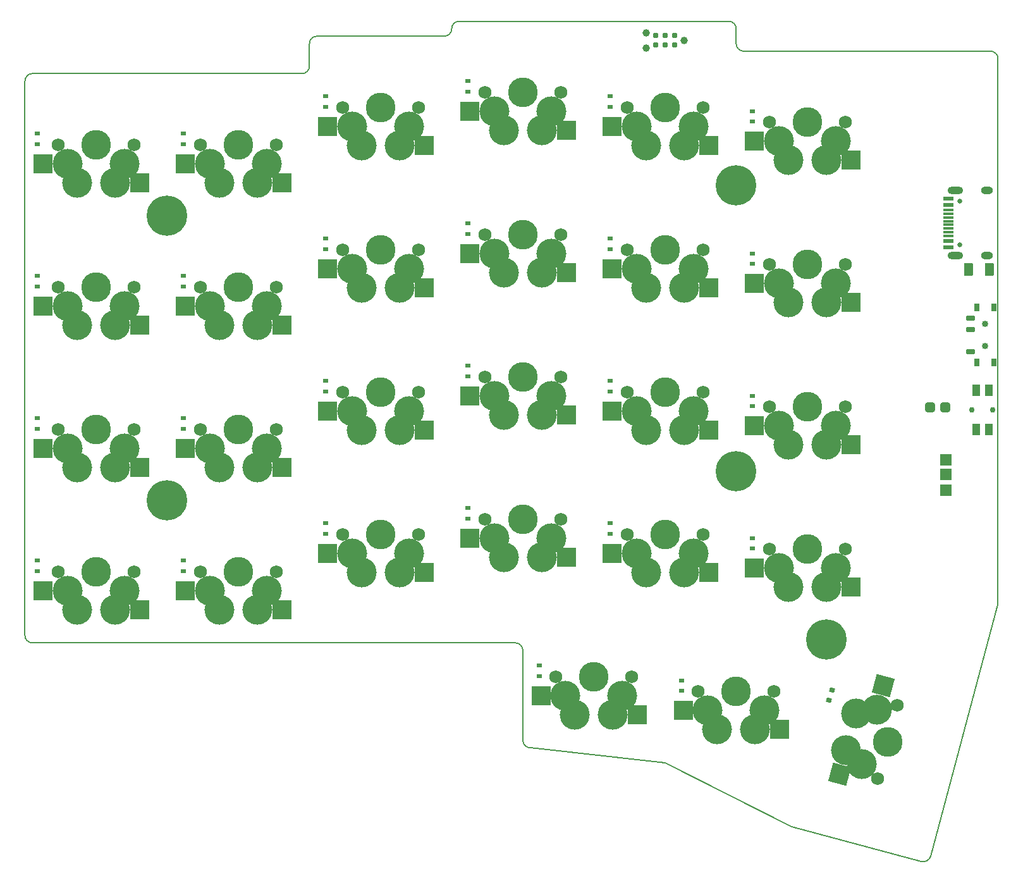
<source format=gbr>
%TF.GenerationSoftware,KiCad,Pcbnew,(6.0.4)*%
%TF.CreationDate,2022-07-21T07:53:48-07:00*%
%TF.ProjectId,Conejo,436f6e65-6a6f-42e6-9b69-6361645f7063,v1.0.0*%
%TF.SameCoordinates,Original*%
%TF.FileFunction,Soldermask,Top*%
%TF.FilePolarity,Negative*%
%FSLAX46Y46*%
G04 Gerber Fmt 4.6, Leading zero omitted, Abs format (unit mm)*
G04 Created by KiCad (PCBNEW (6.0.4)) date 2022-07-21 07:53:48*
%MOMM*%
%LPD*%
G01*
G04 APERTURE LIST*
G04 Aperture macros list*
%AMRoundRect*
0 Rectangle with rounded corners*
0 $1 Rounding radius*
0 $2 $3 $4 $5 $6 $7 $8 $9 X,Y pos of 4 corners*
0 Add a 4 corners polygon primitive as box body*
4,1,4,$2,$3,$4,$5,$6,$7,$8,$9,$2,$3,0*
0 Add four circle primitives for the rounded corners*
1,1,$1+$1,$2,$3*
1,1,$1+$1,$4,$5*
1,1,$1+$1,$6,$7*
1,1,$1+$1,$8,$9*
0 Add four rect primitives between the rounded corners*
20,1,$1+$1,$2,$3,$4,$5,0*
20,1,$1+$1,$4,$5,$6,$7,0*
20,1,$1+$1,$6,$7,$8,$9,0*
20,1,$1+$1,$8,$9,$2,$3,0*%
%AMRotRect*
0 Rectangle, with rotation*
0 The origin of the aperture is its center*
0 $1 length*
0 $2 width*
0 $3 Rotation angle, in degrees counterclockwise*
0 Add horizontal line*
21,1,$1,$2,0,0,$3*%
G04 Aperture macros list end*
%TA.AperFunction,Profile*%
%ADD10C,0.150000*%
%TD*%
%ADD11C,5.400000*%
%ADD12R,0.700000X0.600000*%
%ADD13R,2.550000X2.500000*%
%ADD14C,1.750000*%
%ADD15C,3.987800*%
%ADD16C,4.000000*%
%ADD17C,0.850000*%
%ADD18RoundRect,0.090000X0.535000X-0.210000X0.535000X0.210000X-0.535000X0.210000X-0.535000X-0.210000X0*%
%ADD19RoundRect,0.105000X0.245000X0.445000X-0.245000X0.445000X-0.245000X-0.445000X0.245000X-0.445000X0*%
%ADD20C,0.750000*%
%ADD21R,1.000000X1.550000*%
%ADD22C,0.650000*%
%ADD23R,1.450000X0.600000*%
%ADD24R,1.450000X0.300000*%
%ADD25O,2.100000X1.000000*%
%ADD26O,1.600000X1.000000*%
%ADD27RotRect,0.600000X0.700000X75.000000*%
%ADD28C,0.990600*%
%ADD29C,0.787400*%
%ADD30R,1.524000X1.524000*%
%ADD31RoundRect,0.337500X-0.337500X0.337500X-0.337500X-0.337500X0.337500X-0.337500X0.337500X0.337500X0*%
%ADD32RoundRect,0.250000X-0.375000X-0.625000X0.375000X-0.625000X0.375000X0.625000X-0.375000X0.625000X0*%
%ADD33RotRect,2.550000X2.500000X255.000000*%
%ADD34RotRect,2.550000X2.500000X75.000000*%
G04 APERTURE END LIST*
D10*
X85725000Y13525000D02*
X85725000Y11525000D01*
X93101679Y-93260414D02*
X76199999Y-84725000D01*
X57150000Y-69675000D02*
G75*
G03*
X56150001Y-68675000I-1000000J0D01*
G01*
X29575000Y12528800D02*
X46625000Y12525000D01*
X56150001Y-68675000D02*
X-8525000Y-68674999D01*
X48625000Y14525000D02*
G75*
G03*
X47625000Y13525000I0J-1000000D01*
G01*
X27575000Y7525000D02*
X-8525000Y7525000D01*
X28575000Y11528800D02*
X28575000Y8525000D01*
X85725000Y11525000D02*
G75*
G03*
X86725000Y10525000I1000000J0D01*
G01*
X57150000Y-81725000D02*
G75*
G03*
X58150000Y-82725000I1000000J0D01*
G01*
X-9525000Y-67675000D02*
X-9525000Y6525000D01*
X-8525000Y7525000D02*
G75*
G03*
X-9525000Y6525000I-1J-999999D01*
G01*
X-9525000Y-67675000D02*
G75*
G03*
X-8525000Y-68674999I1000001J2D01*
G01*
X46625000Y12525000D02*
G75*
G03*
X47625000Y13525000I0J1000000D01*
G01*
X29575000Y12528800D02*
G75*
G03*
X28575000Y11528800I0J-1000000D01*
G01*
X120775000Y9525000D02*
G75*
G03*
X119775000Y10525000I-1000000J0D01*
G01*
X57150000Y-81725000D02*
X57150001Y-69675000D01*
X93101679Y-93260414D02*
X110536640Y-97932098D01*
X86725000Y10525000D02*
X119775000Y10525000D01*
X110536648Y-97932067D02*
G75*
G03*
X111761384Y-97224991I258852J965867D01*
G01*
X84725000Y14525000D02*
X48625000Y14525000D01*
X76199999Y-84725000D02*
X58150000Y-82725000D01*
X27575000Y7525000D02*
G75*
G03*
X28575000Y8525000I0J1000000D01*
G01*
X85725000Y13525000D02*
G75*
G03*
X84725000Y14525000I-1000000J0D01*
G01*
X120775000Y9525000D02*
X120775000Y-63575000D01*
X120775000Y-63575000D02*
X111761384Y-97224991D01*
D11*
%TO.C,H4*%
X85725000Y-45675000D03*
%TD*%
D12*
%TO.C,D21*%
X68875000Y-14550000D03*
X68875000Y-15950000D03*
%TD*%
D13*
%TO.C,SW9*%
X11965000Y-61690000D03*
X24865000Y-64230000D03*
D14*
X24130000Y-59150000D03*
D13*
X11965000Y-61690000D03*
D14*
X13970000Y-59150000D03*
D15*
X19050000Y-59150000D03*
D16*
X21590000Y-64230000D03*
X22860000Y-61690000D03*
X16510000Y-64230000D03*
X15240000Y-61690000D03*
%TD*%
D14*
%TO.C,SW14*%
X52070000Y5000000D03*
D13*
X50065000Y2460000D03*
X62965000Y-80000D03*
D15*
X57150000Y5000000D03*
D14*
X62230000Y5000000D03*
D13*
X50065000Y2460000D03*
D16*
X59690000Y-80000D03*
X60960000Y2460000D03*
X54610000Y-80000D03*
X53340000Y2460000D03*
%TD*%
D12*
%TO.C,D8*%
X11725000Y-19550000D03*
X11725000Y-20950000D03*
%TD*%
%TO.C,D4*%
X-7825000Y-19550000D03*
X-7825000Y-20950000D03*
%TD*%
D14*
%TO.C,SW4*%
X5080000Y-40100000D03*
D15*
X0Y-40100000D03*
D13*
X-7085000Y-42640000D03*
X5815000Y-45180000D03*
D14*
X-5080000Y-40100000D03*
D13*
X-7085000Y-42640000D03*
D16*
X2540000Y-45180000D03*
X3810000Y-42640000D03*
X-3810000Y-42640000D03*
X-2540000Y-45180000D03*
%TD*%
D13*
%TO.C,SW25*%
X88165000Y-20590000D03*
X88165000Y-20590000D03*
D14*
X100330000Y-18050000D03*
D13*
X101065000Y-23130000D03*
D14*
X90170000Y-18050000D03*
D15*
X95250000Y-18050000D03*
D16*
X99060000Y-20590000D03*
X97790000Y-23130000D03*
X92710000Y-23130000D03*
X91440000Y-20590000D03*
%TD*%
D13*
%TO.C,SW21*%
X82015000Y-40180000D03*
D15*
X76200000Y-35100000D03*
D14*
X71120000Y-35100000D03*
X81280000Y-35100000D03*
D13*
X69115000Y-37640000D03*
X69115000Y-37640000D03*
D16*
X78740000Y-40180000D03*
X80010000Y-37640000D03*
X73660000Y-40180000D03*
X72390000Y-37640000D03*
%TD*%
D17*
%TO.C,SW1*%
X119075000Y-25975000D03*
X119075000Y-28975000D03*
D18*
X117075000Y-29725000D03*
X117075000Y-26725000D03*
X117075000Y-25225000D03*
D19*
X117925000Y-23775000D03*
X120225000Y-31175000D03*
X120225000Y-23775000D03*
X117925000Y-31175000D03*
%TD*%
D11*
%TO.C,H3*%
X9525000Y-49625000D03*
%TD*%
D12*
%TO.C,D17*%
X49825000Y-31600000D03*
X49825000Y-33000000D03*
%TD*%
%TO.C,D28*%
X87925000Y-54650000D03*
X87925000Y-56050000D03*
%TD*%
%TO.C,D6*%
X-7825000Y-57650000D03*
X-7825000Y-59050000D03*
%TD*%
%TO.C,D5*%
X-7825000Y-38600000D03*
X-7825000Y-40000000D03*
%TD*%
D13*
%TO.C,SW18*%
X59590000Y-75740000D03*
D14*
X61595000Y-73200000D03*
D13*
X72490000Y-78280000D03*
D15*
X66675000Y-73200000D03*
D14*
X71755000Y-73200000D03*
D13*
X59590000Y-75740000D03*
D16*
X69215000Y-78280000D03*
X70485000Y-75740000D03*
X64135000Y-78280000D03*
X62865000Y-75740000D03*
%TD*%
D12*
%TO.C,D9*%
X11725000Y-38600000D03*
X11725000Y-40000000D03*
%TD*%
%TO.C,D16*%
X49825000Y-12550000D03*
X49825000Y-13950000D03*
%TD*%
D13*
%TO.C,SW10*%
X43915000Y-2080000D03*
X31015000Y460000D03*
D15*
X38100000Y3000000D03*
D14*
X33020000Y3000000D03*
D13*
X31015000Y460000D03*
D14*
X43180000Y3000000D03*
D16*
X40640000Y-2080000D03*
X41910000Y460000D03*
X34290000Y460000D03*
X35560000Y-2080000D03*
%TD*%
D12*
%TO.C,D18*%
X49825000Y-50650000D03*
X49825000Y-52050000D03*
%TD*%
%TO.C,D19*%
X59350000Y-71700000D03*
X59350000Y-73100000D03*
%TD*%
%TO.C,D20*%
X68875000Y4500000D03*
X68875000Y3100000D03*
%TD*%
D13*
%TO.C,SW6*%
X24865000Y-7080000D03*
X11965000Y-4540000D03*
X11965000Y-4540000D03*
D14*
X24130000Y-2000000D03*
D15*
X19050000Y-2000000D03*
D14*
X13970000Y-2000000D03*
D16*
X22860000Y-4540000D03*
X21590000Y-7080000D03*
X15240000Y-4540000D03*
X16510000Y-7080000D03*
%TD*%
D15*
%TO.C,SW11*%
X38100000Y-16050000D03*
D13*
X43915000Y-21130000D03*
X31015000Y-18590000D03*
X31015000Y-18590000D03*
D14*
X43180000Y-16050000D03*
X33020000Y-16050000D03*
D16*
X40640000Y-21130000D03*
X41910000Y-18590000D03*
X34290000Y-18590000D03*
X35560000Y-21130000D03*
%TD*%
D20*
%TO.C,SW29*%
X120050000Y-37475000D03*
X117300000Y-37475000D03*
D21*
X119525000Y-34850000D03*
X119525000Y-40100000D03*
X117825000Y-40100000D03*
X117825000Y-34850000D03*
%TD*%
D12*
%TO.C,D15*%
X49825000Y6500000D03*
X49825000Y5100000D03*
%TD*%
%TO.C,D12*%
X30775000Y-14550000D03*
X30775000Y-15950000D03*
%TD*%
D13*
%TO.C,SW24*%
X101065000Y-4080000D03*
D14*
X100330000Y1000000D03*
D13*
X88165000Y-1540000D03*
X88165000Y-1540000D03*
D15*
X95250000Y1000000D03*
D14*
X90170000Y1000000D03*
D16*
X99060000Y-1540000D03*
X97790000Y-4080000D03*
X92710000Y-4080000D03*
X91440000Y-1540000D03*
%TD*%
D13*
%TO.C,SW27*%
X88165000Y-58690002D03*
D14*
X90170000Y-56150002D03*
X100330000Y-56150002D03*
D13*
X88165000Y-58690002D03*
D15*
X95250000Y-56150002D03*
D13*
X101065000Y-61230002D03*
D16*
X97790000Y-61230002D03*
X99060000Y-58690002D03*
X92710000Y-61230002D03*
X91440000Y-58690002D03*
%TD*%
D13*
%TO.C,SW8*%
X24865000Y-45180000D03*
D15*
X19050000Y-40100000D03*
D13*
X11965000Y-42640000D03*
D14*
X13970000Y-40100000D03*
D13*
X11965000Y-42640000D03*
D14*
X24130000Y-40100000D03*
D16*
X22860000Y-42640000D03*
X21590000Y-45180000D03*
X16510000Y-45180000D03*
X15240000Y-42640000D03*
%TD*%
D12*
%TO.C,D22*%
X68875000Y-33600000D03*
X68875000Y-35000000D03*
%TD*%
D15*
%TO.C,SW5*%
X0Y-59150000D03*
D14*
X5080000Y-59150000D03*
X-5080000Y-59150000D03*
D13*
X-7085000Y-61690000D03*
X-7085000Y-61690000D03*
X5815000Y-64230000D03*
D16*
X2540000Y-64230000D03*
X3810000Y-61690000D03*
X-2540000Y-64230000D03*
X-3810000Y-61690000D03*
%TD*%
D15*
%TO.C,SW19*%
X76200000Y3000000D03*
D14*
X71120000Y3000000D03*
D13*
X82015000Y-2080000D03*
D14*
X81280000Y3000000D03*
D13*
X69115000Y460000D03*
X69115000Y460000D03*
D16*
X80010000Y460000D03*
X78740000Y-2080000D03*
X73660000Y-2080000D03*
X72390000Y460000D03*
%TD*%
D15*
%TO.C,SW23*%
X85725000Y-75200000D03*
D13*
X78640000Y-77740000D03*
X91540000Y-80280000D03*
D14*
X80645000Y-75200000D03*
X90805000Y-75200000D03*
D13*
X78640000Y-77740000D03*
D16*
X88265000Y-80280000D03*
X89535000Y-77740000D03*
X81915000Y-77740000D03*
X83185000Y-80280000D03*
%TD*%
D13*
%TO.C,SW16*%
X50065000Y-35639999D03*
X50065000Y-35639999D03*
D15*
X57150000Y-33099999D03*
D14*
X52070000Y-33099999D03*
D13*
X62965000Y-38179999D03*
D14*
X62230000Y-33099999D03*
D16*
X59690000Y-38179999D03*
X60960000Y-35639999D03*
X54610000Y-38179999D03*
X53340000Y-35639999D03*
%TD*%
D15*
%TO.C,SW7*%
X19050000Y-21049999D03*
D13*
X24865000Y-26129999D03*
D14*
X13970000Y-21049999D03*
D13*
X11965000Y-23589999D03*
D14*
X24130000Y-21049999D03*
D13*
X11965000Y-23589999D03*
D16*
X22860000Y-23589999D03*
X21590000Y-26129999D03*
X15240000Y-23589999D03*
X16510000Y-26129999D03*
%TD*%
D12*
%TO.C,D3*%
X-7825000Y-500000D03*
X-7825000Y-1900000D03*
%TD*%
D14*
%TO.C,SW20*%
X71120000Y-16050000D03*
D13*
X82015000Y-21130000D03*
D14*
X81280000Y-16050000D03*
D13*
X69115000Y-18590000D03*
D15*
X76200000Y-16050000D03*
D13*
X69115000Y-18590000D03*
D16*
X78740000Y-21130000D03*
X80010000Y-18590000D03*
X72390000Y-18590000D03*
X73660000Y-21130000D03*
%TD*%
D12*
%TO.C,D23*%
X68875000Y-52650000D03*
X68875000Y-54050000D03*
%TD*%
D13*
%TO.C,SW15*%
X62965002Y-19130000D03*
D15*
X57150002Y-14050000D03*
D14*
X62230002Y-14050000D03*
D13*
X50065002Y-16590000D03*
X50065002Y-16590000D03*
D14*
X52070002Y-14050000D03*
D16*
X59690002Y-19130000D03*
X60960002Y-16590000D03*
X54610002Y-19130000D03*
X53340002Y-16590000D03*
%TD*%
D14*
%TO.C,SW26*%
X100330000Y-37100000D03*
D15*
X95250000Y-37100000D03*
D14*
X90170000Y-37100000D03*
D13*
X88165000Y-39640000D03*
X101065000Y-42180000D03*
X88165000Y-39640000D03*
D16*
X99060000Y-39640000D03*
X97790000Y-42180000D03*
X91440000Y-39640000D03*
X92710000Y-42180000D03*
%TD*%
D12*
%TO.C,D13*%
X30775000Y-33600000D03*
X30775000Y-35000000D03*
%TD*%
D11*
%TO.C,H5*%
X97775000Y-68225000D03*
%TD*%
D12*
%TO.C,D7*%
X11725000Y-500000D03*
X11725000Y-1900000D03*
%TD*%
%TO.C,D26*%
X87925000Y-16550000D03*
X87925000Y-17950000D03*
%TD*%
%TO.C,D14*%
X30775000Y-52650000D03*
X30775000Y-54050000D03*
%TD*%
%TO.C,D25*%
X87925000Y2500000D03*
X87925000Y1100000D03*
%TD*%
D14*
%TO.C,SW17*%
X52070000Y-52150000D03*
D13*
X50065000Y-54690000D03*
D14*
X62230000Y-52150000D03*
D13*
X50065000Y-54690000D03*
X62965000Y-57230000D03*
D15*
X57150000Y-52150000D03*
D16*
X60960000Y-54690000D03*
X59690000Y-57230000D03*
X54610000Y-57230000D03*
X53340000Y-54690000D03*
%TD*%
D11*
%TO.C,H1*%
X9525000Y-11525000D03*
%TD*%
D22*
%TO.C,J2*%
X115625000Y-9585000D03*
X115625000Y-15365000D03*
D23*
X114180000Y-15725000D03*
X114180000Y-14925000D03*
D24*
X114180000Y-13725000D03*
X114180000Y-12725000D03*
X114180000Y-12225000D03*
X114180000Y-11225000D03*
D23*
X114180000Y-10025000D03*
X114180000Y-9225000D03*
X114180000Y-9225000D03*
X114180000Y-10025000D03*
D24*
X114180000Y-10725000D03*
X114180000Y-11725000D03*
X114180000Y-13225000D03*
X114180000Y-14225000D03*
D23*
X114180000Y-14925000D03*
X114180000Y-15725000D03*
D25*
X115095000Y-16795000D03*
D26*
X119275000Y-16795000D03*
D25*
X115095000Y-8155000D03*
D26*
X119275000Y-8155000D03*
%TD*%
D13*
%TO.C,SW22*%
X69115000Y-56690000D03*
D14*
X81280000Y-54150000D03*
D13*
X69115000Y-56690000D03*
D14*
X71120000Y-54150000D03*
D15*
X76200000Y-54150000D03*
D13*
X82015000Y-59230000D03*
D16*
X78740000Y-59230000D03*
X80010000Y-56690000D03*
X73660000Y-59230000D03*
X72390000Y-56690000D03*
%TD*%
D27*
%TO.C,D29*%
X98523117Y-74980777D03*
X98160771Y-76333073D03*
%TD*%
D12*
%TO.C,D10*%
X11725000Y-57650000D03*
X11725000Y-59050000D03*
%TD*%
D13*
%TO.C,SW2*%
X-7085000Y-4540000D03*
X5815000Y-7080000D03*
D15*
X0Y-2000000D03*
D13*
X-7085000Y-4540000D03*
D14*
X5080000Y-2000000D03*
X-5080000Y-2000000D03*
D16*
X2540000Y-7080000D03*
X3810000Y-4540000D03*
X-3810000Y-4540000D03*
X-2540000Y-7080000D03*
%TD*%
D13*
%TO.C,SW3*%
X-7085000Y-23590000D03*
X5815000Y-26130000D03*
D14*
X5080000Y-21050000D03*
X-5080000Y-21050000D03*
D15*
X0Y-21050000D03*
D13*
X-7085000Y-23590000D03*
D16*
X2540000Y-26130000D03*
X3810000Y-23590000D03*
X-3810000Y-23590000D03*
X-2540000Y-26130000D03*
%TD*%
D12*
%TO.C,D27*%
X87925000Y-35600000D03*
X87925000Y-37000000D03*
%TD*%
D15*
%TO.C,SW12*%
X38100000Y-35100000D03*
D13*
X43915000Y-40180000D03*
X31015000Y-37640000D03*
D14*
X33020000Y-35100000D03*
D13*
X31015000Y-37640000D03*
D14*
X43180000Y-35100000D03*
D16*
X40640000Y-40180000D03*
X41910000Y-37640000D03*
X35560000Y-40180000D03*
X34290000Y-37640000D03*
%TD*%
D11*
%TO.C,H2*%
X85725000Y-7475000D03*
%TD*%
D12*
%TO.C,D11*%
X30775000Y4500000D03*
X30775000Y3100000D03*
%TD*%
D13*
%TO.C,SW13*%
X31015000Y-56690000D03*
D14*
X33020000Y-54150000D03*
D13*
X31015000Y-56690000D03*
D14*
X43180000Y-54150000D03*
D13*
X43915000Y-59230000D03*
D15*
X38100000Y-54150000D03*
D16*
X40640000Y-59230000D03*
X41910000Y-56690000D03*
X34290000Y-56690000D03*
X35560000Y-59230000D03*
%TD*%
D28*
%TO.C,J3*%
X73660000Y10959000D03*
X73660000Y12991000D03*
X78740000Y11975000D03*
D29*
X77470000Y12610000D03*
X77470000Y11340000D03*
X76200000Y12610000D03*
X76200000Y11340000D03*
X74930000Y12610000D03*
X74930000Y11340000D03*
%TD*%
D12*
%TO.C,D24*%
X78400000Y-73700000D03*
X78400000Y-75100000D03*
%TD*%
D30*
%TO.C,J4*%
X113775000Y-44150000D03*
X113775000Y-46150000D03*
X113775000Y-48250000D03*
%TD*%
D31*
%TO.C,J1*%
X111725000Y-37175000D03*
X113725000Y-37175000D03*
%TD*%
D32*
%TO.C,D1*%
X119625000Y-18725000D03*
X116825000Y-18725000D03*
%TD*%
D14*
%TO.C,SW28*%
X107314801Y-77018097D03*
D33*
X105380281Y-74424015D03*
D14*
X104685199Y-86831903D03*
D33*
X99588064Y-86227058D03*
D15*
X106000000Y-81925000D03*
D34*
X105380281Y-74424015D03*
D33*
X99588064Y-86227058D03*
D16*
X104532649Y-77587422D03*
X101750497Y-78156748D03*
X100435696Y-83063651D03*
X102560448Y-84947777D03*
%TD*%
M02*

</source>
